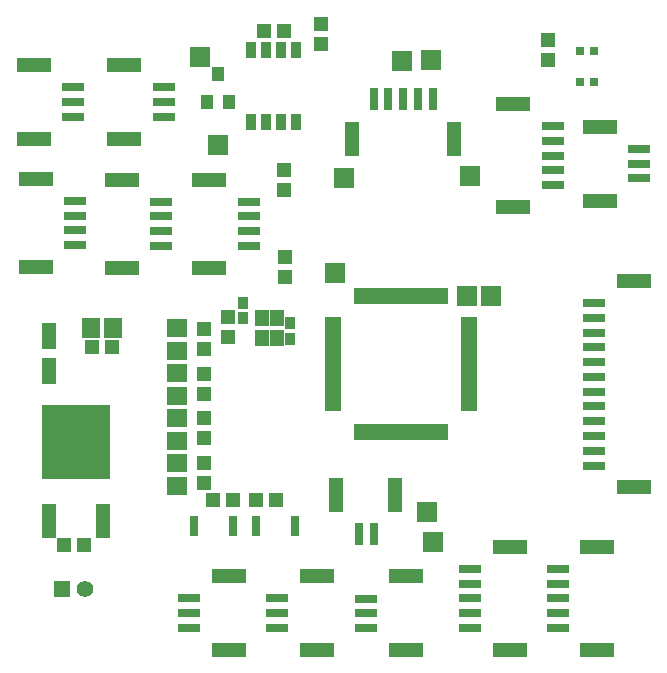
<source format=gbr>
G04 DipTrace 3.2.0.1*
G04 TopMask.gbr*
%MOIN*%
G04 #@! TF.FileFunction,Soldermask,Top*
G04 #@! TF.Part,Single*
%ADD56R,0.047244X0.055118*%
%ADD58R,0.226378X0.25*%
%ADD60R,0.047244X0.116142*%
%ADD62R,0.037874X0.052874*%
%ADD64R,0.019685X0.055118*%
%ADD66R,0.055118X0.019685*%
%ADD68R,0.030315X0.026772*%
%ADD70C,0.055118*%
%ADD72R,0.055118X0.055118*%
%ADD74R,0.031496X0.074803*%
%ADD76R,0.047244X0.11811*%
%ADD78R,0.074803X0.031496*%
%ADD80R,0.11811X0.047244*%
%ADD82R,0.059055X0.066929*%
%ADD84R,0.066929X0.059055*%
%ADD86R,0.03937X0.049213*%
%ADD88R,0.035433X0.043307*%
%ADD90R,0.047244X0.086614*%
%ADD92R,0.047244X0.051181*%
%ADD94R,0.051181X0.047244*%
%ADD96R,0.029528X0.066929*%
%ADD98R,0.066929X0.066929*%
%FSLAX26Y26*%
G04*
G70*
G90*
G75*
G01*
G04 TopMask*
%LPD*%
D98*
X1909121Y901287D3*
X1890827Y1003622D3*
D96*
X1243123Y954619D3*
X1115171D3*
X1321864D3*
X1449816D3*
D90*
X629277Y1589749D3*
Y1471639D3*
D88*
X1277496Y1699589D3*
Y1648408D3*
X1433730Y1630846D3*
Y1579665D3*
D92*
X2294364Y2576882D3*
Y2509953D3*
D94*
X1414938Y2605598D3*
X1348009D3*
X679278Y891194D3*
X746207D3*
D98*
X1193101Y2227154D3*
X1134921Y2518492D3*
D86*
X1155559Y2369251D3*
X1230362D3*
X1192961Y2463739D3*
D84*
X1058104Y1390043D3*
Y1464846D3*
Y1240043D3*
Y1314846D3*
Y1090043D3*
Y1164846D3*
Y1540043D3*
Y1614846D3*
D82*
X844635Y1616986D3*
X769832D3*
D98*
X1615236Y2116917D3*
X1583740Y1798898D3*
D80*
X2580034Y1084646D3*
Y1771654D3*
D78*
X2448144Y1452756D3*
Y1206693D3*
Y1255906D3*
Y1157480D3*
Y1305118D3*
Y1354331D3*
Y1501969D3*
Y1403543D3*
Y1551181D3*
Y1600394D3*
Y1649606D3*
Y1698819D3*
D80*
X586003Y2112412D3*
Y1819105D3*
D78*
X717892Y1990365D3*
Y1941152D3*
Y2039577D3*
Y1891940D3*
D80*
X1230554Y543425D3*
Y789488D3*
D78*
X1098664Y616260D3*
Y665472D3*
Y714685D3*
D80*
X1524016Y543520D3*
Y789583D3*
D78*
X1392126Y616354D3*
Y665567D3*
Y714780D3*
D80*
X1820395Y542902D3*
Y788965D3*
D78*
X1688505Y615736D3*
Y664949D3*
Y714161D3*
D80*
X2166417Y542992D3*
Y885512D3*
D78*
X2034528Y615827D3*
Y665039D3*
Y714252D3*
Y615827D3*
Y763465D3*
Y812677D3*
D80*
X2457756Y542992D3*
Y885512D3*
D78*
X2325866Y615827D3*
Y665039D3*
Y714252D3*
Y615827D3*
Y763465D3*
Y812677D3*
D80*
X873482Y2109630D3*
Y1816323D3*
D78*
X1005371Y1987583D3*
Y1938370D3*
Y2036795D3*
Y1889157D3*
D80*
X1164734Y2109630D3*
Y1816323D3*
D78*
X1296623Y1987583D3*
Y1938370D3*
Y2036795D3*
Y1889157D3*
D80*
X2465630Y2286209D3*
Y2040146D3*
D78*
X2597520Y2213374D3*
Y2164161D3*
Y2114949D3*
D76*
X1639663Y2246072D3*
X1982182D3*
D74*
X1761710Y2377962D3*
X1810923D3*
X1712497D3*
X1860135D3*
X1909348D3*
D80*
X881152Y2491298D3*
Y2245235D3*
D78*
X1013042Y2418463D3*
Y2369251D3*
Y2320038D3*
D80*
X2177589Y2361522D3*
Y2019003D3*
D78*
X2309479Y2239475D3*
Y2190262D3*
Y2288688D3*
Y2141050D3*
Y2091837D3*
D72*
X673388Y745930D3*
D70*
X752129D3*
D76*
X1785463Y1060560D3*
X1588613D3*
D74*
X1712629Y928671D3*
X1663416D3*
D80*
X579262Y2491031D3*
Y2244969D3*
D78*
X711152Y2418197D3*
Y2368984D3*
Y2319772D3*
D94*
X1388793Y1041234D3*
X1321864D3*
X1176194D3*
X1243123D3*
D92*
X1414449Y2076924D3*
Y2143853D3*
X1418386Y1854016D3*
Y1787087D3*
X1145608Y1098114D3*
Y1165043D3*
Y1248114D3*
Y1315043D3*
X1145606Y1396294D3*
Y1463223D3*
Y1546294D3*
Y1613223D3*
X1227501Y1584789D3*
Y1651718D3*
X1537312Y2563711D3*
Y2630640D3*
D94*
X841777Y1554087D3*
X774848D3*
D68*
X2446248Y2435205D3*
Y2538354D3*
X2400579Y2435205D3*
Y2538354D3*
D98*
X2103425Y1724094D3*
X2024685D3*
D66*
X1577573Y1643927D3*
Y1624241D3*
Y1604556D3*
Y1584871D3*
Y1565186D3*
Y1545501D3*
Y1525816D3*
Y1506131D3*
Y1486446D3*
Y1466761D3*
Y1447076D3*
Y1427391D3*
Y1407706D3*
Y1388021D3*
Y1368336D3*
Y1348651D3*
D64*
X1656314Y1269911D3*
X1675999D3*
X1695684D3*
X1715369D3*
X1735054D3*
X1754739D3*
X1774424D3*
X1794109D3*
X1813794D3*
X1833479D3*
X1853164D3*
X1872849D3*
X1892534D3*
X1912219D3*
X1931904D3*
X1951589D3*
D66*
X2030329Y1348651D3*
Y1368336D3*
Y1388021D3*
Y1407706D3*
Y1427391D3*
Y1447076D3*
Y1466761D3*
Y1486446D3*
Y1506131D3*
Y1525816D3*
Y1545501D3*
Y1565186D3*
Y1584871D3*
Y1604556D3*
Y1624241D3*
Y1643927D3*
D64*
X1951589Y1722667D3*
X1931904D3*
X1912219D3*
X1892534D3*
X1872849D3*
X1853164D3*
X1833479D3*
X1813794D3*
X1794109D3*
X1774424D3*
X1754739D3*
X1735054D3*
X1715369D3*
X1695684D3*
X1675999D3*
X1656314D3*
D62*
X1454552Y2543879D3*
X1404552D3*
X1354552D3*
X1304552D3*
Y2303381D3*
X1354552D3*
X1404552D3*
X1454552D3*
D60*
X629638Y970933D3*
X809165D3*
D58*
X719402Y1234713D3*
D98*
X1808150Y2505239D3*
X1902638Y2509176D3*
X2032559Y2121314D3*
D56*
X1340001Y1582541D3*
X1391182D3*
X1340001Y1649470D3*
X1391182D3*
M02*

</source>
